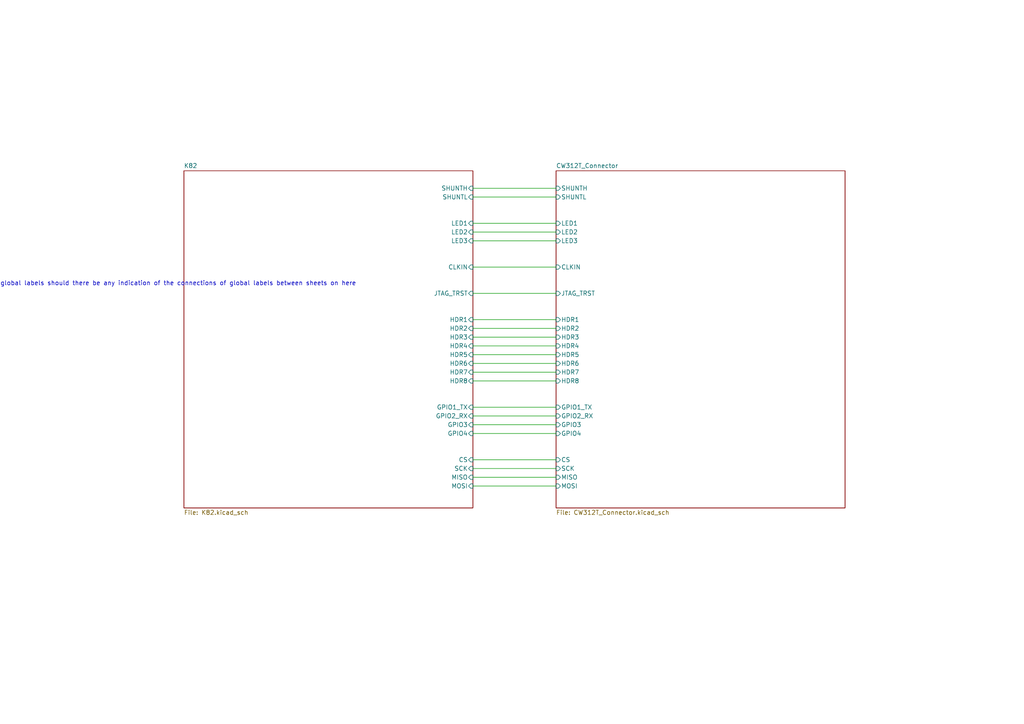
<source format=kicad_sch>
(kicad_sch (version 20231120) (generator "eeschema") (generator_version "8.0")
  (paper "A4")
  (lib_symbols
    (symbol "Silkscreen_Symbols:CE_Free" (in_bom no)
      (property "Reference" "PCB" (at -2.54 6.35 0))
      (property "Value" "CE Symbol" (at 0 0 0))
    )
    (symbol "Silkscreen_Symbols:Pb_Free" (in_bom no)
      (property "Reference" "PCB" (at 0 0 0))
      (property "Value" "Pb_Free Symbol" (at 0 0 0))
    )
    (symbol "Silkscreen_Symbols:UKCA"
      (property "Reference" "PCB" (at 0 0 0))
      (property "Value" "UKCA symbol" (at 0 0 0))
    )
    (symbol "Silkscreen_Symbols:WEEE" (in_bom no)
      (property "Reference" "PCB" (at -1.27 4.445 0))
      (property "Value" "WEEE SYMBOL" (at 0 0 0))
    )
  )
  (wire (pts (xy 137.16 133.35) (xy 161.29 133.35)))
  (wire (pts (xy 137.16 123.19) (xy 161.29 123.19)))
  (wire (pts (xy 137.16 118.11) (xy 161.29 118.11)))
  (wire (pts (xy 137.16 77.47) (xy 161.29 77.47)))
  (wire (pts (xy 137.16 105.41) (xy 161.29 105.41)))
  (wire (pts (xy 137.16 67.31) (xy 161.29 67.31)))
  (wire (pts (xy 137.16 120.65) (xy 161.29 120.65)))
  (wire (pts (xy 137.16 64.77) (xy 161.29 64.77)))
  (wire (pts (xy 137.16 57.15) (xy 161.29 57.15)))
  (wire (pts (xy 137.16 125.73) (xy 161.29 125.73)))
  (wire (pts (xy 137.16 100.33) (xy 161.29 100.33)))
  (wire (pts (xy 137.16 92.71) (xy 161.29 92.71)))
  (wire (pts (xy 137.16 95.25) (xy 161.29 95.25)))
  (wire (pts (xy 137.16 69.85) (xy 161.29 69.85)))
  (wire (pts (xy 137.16 107.95) (xy 161.29 107.95)))
  (wire (pts (xy 137.16 102.87) (xy 161.29 102.87)))
  (wire (pts (xy 137.16 135.89) (xy 161.29 135.89)))
  (wire (pts (xy 137.16 110.49) (xy 161.29 110.49)))
  (wire (pts (xy 137.16 54.61) (xy 161.29 54.61)))
  (wire (pts (xy 137.16 85.09) (xy 161.29 85.09)))
  (wire (pts (xy 137.16 97.79) (xy 161.29 97.79)))
  (wire (pts (xy 137.16 138.43) (xy 161.29 138.43)))
  (wire (pts (xy 137.16 140.97) (xy 161.29 140.97)))
  (text "changed some nets to global labels should there be any indication of the connections of global labels between sheets on here" (at 40.386 82.296 0) (effects (font (size 1.27 1.27))))
  (symbol (lib_id "Silkscreen_Symbols:Pb_Free") (at -34.29 149.86 0) (unit 1) (in_bom no)
    (property "Reference" "PCB2" (at -31.75 148.5899 0) (effects (justify left)))
    (property "Value" "Pb_Free Symbol" (at -31.75 151.1299 0) (effects (justify left)))
    (property "Footprint" "Silkscrren_Symbols:Pb_Free_8.0x8.0mm_SilkScreen" (effects (hide yes)))
  )
  (symbol (lib_id "Silkscreen_Symbols:UKCA") (at -34.29 154.94 0) (unit 1)
    (property "Reference" "PCB3" (at -31.75 153.6699 0) (effects (justify left)))
    (property "Value" "UKCA symbol" (at -31.75 156.2099 0) (effects (justify left)))
    (property "Footprint" "Silkscrren_Symbols:UKCA-Logo_8x8mm_SilkScreen" (effects (hide yes)))
  )
  (symbol (lib_id "Silkscreen_Symbols:WEEE") (at -34.29 160.02 0) (unit 1) (in_bom no)
    (property "Reference" "PCB4" (at -31.75 158.7499 0) (effects (justify left)))
    (property "Value" "WEEE SYMBOL" (at -31.75 161.2899 0) (effects (justify left)))
    (property "Footprint" "Silkscrren_Symbols:WEEE-Logo_5.6x8mm_SilkScreen" (effects (hide yes)))
  )
  (symbol (lib_id "Silkscreen_Symbols:CE_Free") (at -34.29 144.78 0) (unit 1) (in_bom no)
    (property "Reference" "PCB1" (at -31.75 143.5099 0) (effects (justify left)))
    (property "Value" "CE Symbol" (at -31.75 146.0499 0) (effects (justify left)))
    (property "Footprint" "Silkscrren_Symbols:CE-Logo_8.5x6mm_SilkScreen" (effects (hide yes)))
  )
  (sheet (at 161.29 49.53) (size 83.82 97.79) (stroke (width 0.1524))
    (property "Sheetname" "CW312T_Connector" (at 161.29 48.8184 0) (effects (justify left bottom)))
    (property "Sheetfile" "CW312T_Connector.kicad_sch" (at 161.29 147.9046 0) (effects (justify left top)))
    (pin "SHUNTH" input (at 161.29 54.61 180))
    (pin "SHUNTL" input (at 161.29 57.15 180))
    (pin "LED3" input (at 161.29 69.85 180))
    (pin "LED2" input (at 161.29 67.31 180))
    (pin "LED1" input (at 161.29 64.77 180))
    (pin "GPIO3" input (at 161.29 123.19 180))
    (pin "GPIO1_TX" input (at 161.29 118.11 180))
    (pin "SCK" input (at 161.29 135.89 180))
    (pin "GPIO4" input (at 161.29 125.73 180))
    (pin "GPIO2_RX" input (at 161.29 120.65 180))
    (pin "MOSI" input (at 161.29 140.97 180))
    (pin "CS" input (at 161.29 133.35 180))
    (pin "CLKIN" input (at 161.29 77.47 180))
    (pin "MISO" input (at 161.29 138.43 180))
    (pin "HDR7" input (at 161.29 107.95 180))
    (pin "HDR1" input (at 161.29 92.71 180))
    (pin "HDR3" input (at 161.29 97.79 180))
    (pin "HDR6" input (at 161.29 105.41 180))
    (pin "HDR5" input (at 161.29 102.87 180))
    (pin "HDR4" input (at 161.29 100.33 180))
    (pin "HDR2" input (at 161.29 95.25 180))
    (pin "HDR8" input (at 161.29 110.49 180))
    (pin "JTAG_TRST" input (at 161.29 85.09 180))
  )
  (sheet (at 53.34 49.53) (size 83.82 97.79) (stroke (width 0.1524))
    (property "Sheetname" "K82" (at 53.34 48.8184 0) (effects (justify left bottom)))
    (property "Sheetfile" "K82.kicad_sch" (at 53.34 147.9046 0) (effects (justify left top)))
    (pin "SHUNTL" input (at 137.16 57.15 0))
    (pin "SHUNTH" input (at 137.16 54.61 0))
    (pin "HDR3" input (at 137.16 97.79 0))
    (pin "HDR2" input (at 137.16 95.25 0))
    (pin "HDR4" input (at 137.16 100.33 0))
    (pin "HDR1" input (at 137.16 92.71 0))
    (pin "LED2" input (at 137.16 67.31 0))
    (pin "LED1" input (at 137.16 64.77 0))
    (pin "LED3" input (at 137.16 69.85 0))
    (pin "CLKIN" input (at 137.16 77.47 0))
    (pin "JTAG_TRST" input (at 137.16 85.09 0))
    (pin "HDR6" input (at 137.16 105.41 0))
    (pin "HDR5" input (at 137.16 102.87 0))
    (pin "HDR7" input (at 137.16 107.95 0))
    (pin "HDR8" input (at 137.16 110.49 0))
    (pin "GPIO4" input (at 137.16 125.73 0))
    (pin "GPIO1_TX" input (at 137.16 118.11 0))
    (pin "GPIO2_RX" input (at 137.16 120.65 0))
    (pin "CS" input (at 137.16 133.35 0))
    (pin "GPIO3" input (at 137.16 123.19 0))
    (pin "MISO" input (at 137.16 138.43 0))
    (pin "SCK" input (at 137.16 135.89 0))
    (pin "MOSI" input (at 137.16 140.97 0))
  )
)
</source>
